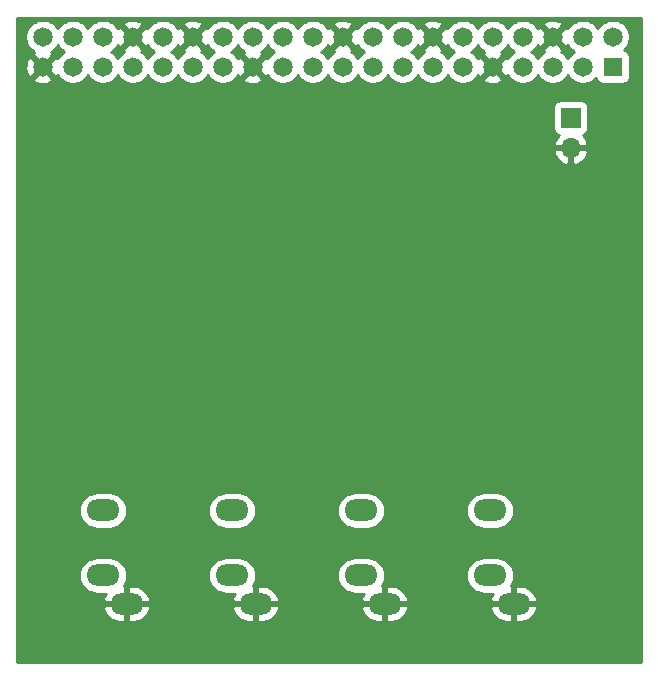
<source format=gbr>
%TF.GenerationSoftware,KiCad,Pcbnew,5.1.10-88a1d61d58~90~ubuntu20.04.1*%
%TF.CreationDate,2021-12-20T21:33:27+00:00*%
%TF.ProjectId,RPi_shield,5250695f-7368-4696-956c-642e6b696361,rev?*%
%TF.SameCoordinates,Original*%
%TF.FileFunction,Copper,L2,Bot*%
%TF.FilePolarity,Positive*%
%FSLAX46Y46*%
G04 Gerber Fmt 4.6, Leading zero omitted, Abs format (unit mm)*
G04 Created by KiCad (PCBNEW 5.1.10-88a1d61d58~90~ubuntu20.04.1) date 2021-12-20 21:33:27*
%MOMM*%
%LPD*%
G01*
G04 APERTURE LIST*
%TA.AperFunction,ComponentPad*%
%ADD10O,2.800000X1.800000*%
%TD*%
%TA.AperFunction,ComponentPad*%
%ADD11R,1.640000X1.640000*%
%TD*%
%TA.AperFunction,ComponentPad*%
%ADD12C,1.640000*%
%TD*%
%TA.AperFunction,ComponentPad*%
%ADD13R,1.700000X1.700000*%
%TD*%
%TA.AperFunction,ComponentPad*%
%ADD14O,1.700000X1.700000*%
%TD*%
%TA.AperFunction,Conductor*%
%ADD15C,0.254000*%
%TD*%
%TA.AperFunction,Conductor*%
%ADD16C,0.100000*%
%TD*%
G04 APERTURE END LIST*
D10*
%TO.P,J1,R*%
%TO.N,jack3*%
X97822000Y-74904000D03*
%TO.P,J1,T*%
X97822000Y-80404000D03*
%TO.P,J1,S*%
%TO.N,GND*%
X99822000Y-82804000D03*
%TD*%
%TO.P,J2,S*%
%TO.N,GND*%
X77978000Y-82804000D03*
%TO.P,J2,T*%
%TO.N,jack2*%
X75978000Y-80404000D03*
%TO.P,J2,R*%
X75978000Y-74904000D03*
%TD*%
%TO.P,J3,R*%
%TO.N,jack1*%
X86900000Y-74904000D03*
%TO.P,J3,T*%
X86900000Y-80404000D03*
%TO.P,J3,S*%
%TO.N,GND*%
X88900000Y-82804000D03*
%TD*%
%TO.P,J4,S*%
%TO.N,GND*%
X67056000Y-82804000D03*
%TO.P,J4,T*%
%TO.N,jack4*%
X65056000Y-80404000D03*
%TO.P,J4,R*%
X65056000Y-74904000D03*
%TD*%
D11*
%TO.P,J5,1*%
%TO.N,Net-(J5-Pad1)*%
X108204000Y-37338000D03*
D12*
%TO.P,J5,2*%
%TO.N,+5V*%
X108204000Y-34798000D03*
%TO.P,J5,3*%
%TO.N,Net-(J5-Pad3)*%
X105664000Y-37338000D03*
%TO.P,J5,4*%
%TO.N,+5V*%
X105664000Y-34798000D03*
%TO.P,J5,5*%
%TO.N,Net-(J5-Pad5)*%
X103124000Y-37338000D03*
%TO.P,J5,6*%
%TO.N,GND*%
X103124000Y-34798000D03*
%TO.P,J5,7*%
%TO.N,Net-(J5-Pad7)*%
X100584000Y-37338000D03*
%TO.P,J5,8*%
%TO.N,Net-(J5-Pad8)*%
X100584000Y-34798000D03*
%TO.P,J5,9*%
%TO.N,GND*%
X98044000Y-37338000D03*
%TO.P,J5,10*%
%TO.N,Net-(J5-Pad10)*%
X98044000Y-34798000D03*
%TO.P,J5,11*%
%TO.N,Net-(J5-Pad11)*%
X95504000Y-37338000D03*
%TO.P,J5,12*%
%TO.N,Net-(J5-Pad12)*%
X95504000Y-34798000D03*
%TO.P,J5,13*%
%TO.N,Net-(J5-Pad13)*%
X92964000Y-37338000D03*
%TO.P,J5,14*%
%TO.N,GND*%
X92964000Y-34798000D03*
%TO.P,J5,15*%
%TO.N,Net-(J5-Pad15)*%
X90424000Y-37338000D03*
%TO.P,J5,16*%
%TO.N,Net-(J5-Pad16)*%
X90424000Y-34798000D03*
%TO.P,J5,17*%
%TO.N,Net-(J5-Pad17)*%
X87884000Y-37338000D03*
%TO.P,J5,18*%
%TO.N,Net-(J5-Pad18)*%
X87884000Y-34798000D03*
%TO.P,J5,19*%
%TO.N,Net-(J5-Pad19)*%
X85344000Y-37338000D03*
%TO.P,J5,20*%
%TO.N,GND*%
X85344000Y-34798000D03*
%TO.P,J5,21*%
%TO.N,jack3*%
X82804000Y-37338000D03*
%TO.P,J5,22*%
%TO.N,Net-(J5-Pad22)*%
X82804000Y-34798000D03*
%TO.P,J5,23*%
%TO.N,Net-(J5-Pad23)*%
X80264000Y-37338000D03*
%TO.P,J5,24*%
%TO.N,Net-(J5-Pad24)*%
X80264000Y-34798000D03*
%TO.P,J5,25*%
%TO.N,GND*%
X77724000Y-37338000D03*
%TO.P,J5,26*%
%TO.N,Net-(J5-Pad26)*%
X77724000Y-34798000D03*
%TO.P,J5,27*%
%TO.N,Net-(J5-Pad27)*%
X75184000Y-37338000D03*
%TO.P,J5,28*%
%TO.N,jack1*%
X75184000Y-34798000D03*
%TO.P,J5,29*%
%TO.N,jack2*%
X72644000Y-37338000D03*
%TO.P,J5,30*%
%TO.N,GND*%
X72644000Y-34798000D03*
%TO.P,J5,31*%
%TO.N,Net-(J5-Pad31)*%
X70104000Y-37338000D03*
%TO.P,J5,32*%
%TO.N,Net-(J5-Pad32)*%
X70104000Y-34798000D03*
%TO.P,J5,33*%
%TO.N,jack4*%
X67564000Y-37338000D03*
%TO.P,J5,34*%
%TO.N,GND*%
X67564000Y-34798000D03*
%TO.P,J5,35*%
%TO.N,Net-(J5-Pad35)*%
X65024000Y-37338000D03*
%TO.P,J5,36*%
%TO.N,Net-(J5-Pad36)*%
X65024000Y-34798000D03*
%TO.P,J5,37*%
%TO.N,Net-(J5-Pad37)*%
X62484000Y-37338000D03*
%TO.P,J5,38*%
%TO.N,Net-(J5-Pad38)*%
X62484000Y-34798000D03*
%TO.P,J5,39*%
%TO.N,GND*%
X59944000Y-37338000D03*
%TO.P,J5,40*%
%TO.N,Net-(J5-Pad40)*%
X59944000Y-34798000D03*
%TD*%
D13*
%TO.P,M1,1*%
%TO.N,+5V*%
X104648000Y-41656000D03*
D14*
%TO.P,M1,2*%
%TO.N,GND*%
X104648000Y-44196000D03*
%TD*%
D15*
%TO.N,GND*%
X110617000Y-87757000D02*
X57785000Y-87757000D01*
X57785000Y-83168740D01*
X65064964Y-83168740D01*
X65089245Y-83274087D01*
X65209138Y-83551204D01*
X65380790Y-83799606D01*
X65597604Y-84009748D01*
X65851249Y-84173554D01*
X66131977Y-84284729D01*
X66429000Y-84339000D01*
X66929000Y-84339000D01*
X66929000Y-82931000D01*
X67183000Y-82931000D01*
X67183000Y-84339000D01*
X67683000Y-84339000D01*
X67980023Y-84284729D01*
X68260751Y-84173554D01*
X68514396Y-84009748D01*
X68731210Y-83799606D01*
X68902862Y-83551204D01*
X69022755Y-83274087D01*
X69047036Y-83168740D01*
X75986964Y-83168740D01*
X76011245Y-83274087D01*
X76131138Y-83551204D01*
X76302790Y-83799606D01*
X76519604Y-84009748D01*
X76773249Y-84173554D01*
X77053977Y-84284729D01*
X77351000Y-84339000D01*
X77851000Y-84339000D01*
X77851000Y-82931000D01*
X78105000Y-82931000D01*
X78105000Y-84339000D01*
X78605000Y-84339000D01*
X78902023Y-84284729D01*
X79182751Y-84173554D01*
X79436396Y-84009748D01*
X79653210Y-83799606D01*
X79824862Y-83551204D01*
X79944755Y-83274087D01*
X79969036Y-83168740D01*
X86908964Y-83168740D01*
X86933245Y-83274087D01*
X87053138Y-83551204D01*
X87224790Y-83799606D01*
X87441604Y-84009748D01*
X87695249Y-84173554D01*
X87975977Y-84284729D01*
X88273000Y-84339000D01*
X88773000Y-84339000D01*
X88773000Y-82931000D01*
X89027000Y-82931000D01*
X89027000Y-84339000D01*
X89527000Y-84339000D01*
X89824023Y-84284729D01*
X90104751Y-84173554D01*
X90358396Y-84009748D01*
X90575210Y-83799606D01*
X90746862Y-83551204D01*
X90866755Y-83274087D01*
X90891036Y-83168740D01*
X97830964Y-83168740D01*
X97855245Y-83274087D01*
X97975138Y-83551204D01*
X98146790Y-83799606D01*
X98363604Y-84009748D01*
X98617249Y-84173554D01*
X98897977Y-84284729D01*
X99195000Y-84339000D01*
X99695000Y-84339000D01*
X99695000Y-82931000D01*
X99949000Y-82931000D01*
X99949000Y-84339000D01*
X100449000Y-84339000D01*
X100746023Y-84284729D01*
X101026751Y-84173554D01*
X101280396Y-84009748D01*
X101497210Y-83799606D01*
X101668862Y-83551204D01*
X101788755Y-83274087D01*
X101813036Y-83168740D01*
X101692378Y-82931000D01*
X99949000Y-82931000D01*
X99695000Y-82931000D01*
X97951622Y-82931000D01*
X97830964Y-83168740D01*
X90891036Y-83168740D01*
X90770378Y-82931000D01*
X89027000Y-82931000D01*
X88773000Y-82931000D01*
X87029622Y-82931000D01*
X86908964Y-83168740D01*
X79969036Y-83168740D01*
X79848378Y-82931000D01*
X78105000Y-82931000D01*
X77851000Y-82931000D01*
X76107622Y-82931000D01*
X75986964Y-83168740D01*
X69047036Y-83168740D01*
X68926378Y-82931000D01*
X67183000Y-82931000D01*
X66929000Y-82931000D01*
X65185622Y-82931000D01*
X65064964Y-83168740D01*
X57785000Y-83168740D01*
X57785000Y-80404000D01*
X63013573Y-80404000D01*
X63043210Y-80704913D01*
X63130983Y-80994261D01*
X63273519Y-81260927D01*
X63465339Y-81494661D01*
X63699073Y-81686481D01*
X63965739Y-81829017D01*
X64255087Y-81916790D01*
X64480592Y-81939000D01*
X65290538Y-81939000D01*
X65209138Y-82056796D01*
X65089245Y-82333913D01*
X65064964Y-82439260D01*
X65185622Y-82677000D01*
X66929000Y-82677000D01*
X66929000Y-81269000D01*
X67183000Y-81269000D01*
X67183000Y-82677000D01*
X68926378Y-82677000D01*
X69047036Y-82439260D01*
X69022755Y-82333913D01*
X68902862Y-82056796D01*
X68731210Y-81808394D01*
X68514396Y-81598252D01*
X68260751Y-81434446D01*
X67980023Y-81323271D01*
X67683000Y-81269000D01*
X67183000Y-81269000D01*
X66929000Y-81269000D01*
X66831856Y-81269000D01*
X66838481Y-81260927D01*
X66981017Y-80994261D01*
X67068790Y-80704913D01*
X67098427Y-80404000D01*
X73935573Y-80404000D01*
X73965210Y-80704913D01*
X74052983Y-80994261D01*
X74195519Y-81260927D01*
X74387339Y-81494661D01*
X74621073Y-81686481D01*
X74887739Y-81829017D01*
X75177087Y-81916790D01*
X75402592Y-81939000D01*
X76212538Y-81939000D01*
X76131138Y-82056796D01*
X76011245Y-82333913D01*
X75986964Y-82439260D01*
X76107622Y-82677000D01*
X77851000Y-82677000D01*
X77851000Y-81269000D01*
X78105000Y-81269000D01*
X78105000Y-82677000D01*
X79848378Y-82677000D01*
X79969036Y-82439260D01*
X79944755Y-82333913D01*
X79824862Y-82056796D01*
X79653210Y-81808394D01*
X79436396Y-81598252D01*
X79182751Y-81434446D01*
X78902023Y-81323271D01*
X78605000Y-81269000D01*
X78105000Y-81269000D01*
X77851000Y-81269000D01*
X77753856Y-81269000D01*
X77760481Y-81260927D01*
X77903017Y-80994261D01*
X77990790Y-80704913D01*
X78020427Y-80404000D01*
X84857573Y-80404000D01*
X84887210Y-80704913D01*
X84974983Y-80994261D01*
X85117519Y-81260927D01*
X85309339Y-81494661D01*
X85543073Y-81686481D01*
X85809739Y-81829017D01*
X86099087Y-81916790D01*
X86324592Y-81939000D01*
X87134538Y-81939000D01*
X87053138Y-82056796D01*
X86933245Y-82333913D01*
X86908964Y-82439260D01*
X87029622Y-82677000D01*
X88773000Y-82677000D01*
X88773000Y-81269000D01*
X89027000Y-81269000D01*
X89027000Y-82677000D01*
X90770378Y-82677000D01*
X90891036Y-82439260D01*
X90866755Y-82333913D01*
X90746862Y-82056796D01*
X90575210Y-81808394D01*
X90358396Y-81598252D01*
X90104751Y-81434446D01*
X89824023Y-81323271D01*
X89527000Y-81269000D01*
X89027000Y-81269000D01*
X88773000Y-81269000D01*
X88675856Y-81269000D01*
X88682481Y-81260927D01*
X88825017Y-80994261D01*
X88912790Y-80704913D01*
X88942427Y-80404000D01*
X95779573Y-80404000D01*
X95809210Y-80704913D01*
X95896983Y-80994261D01*
X96039519Y-81260927D01*
X96231339Y-81494661D01*
X96465073Y-81686481D01*
X96731739Y-81829017D01*
X97021087Y-81916790D01*
X97246592Y-81939000D01*
X98056538Y-81939000D01*
X97975138Y-82056796D01*
X97855245Y-82333913D01*
X97830964Y-82439260D01*
X97951622Y-82677000D01*
X99695000Y-82677000D01*
X99695000Y-81269000D01*
X99949000Y-81269000D01*
X99949000Y-82677000D01*
X101692378Y-82677000D01*
X101813036Y-82439260D01*
X101788755Y-82333913D01*
X101668862Y-82056796D01*
X101497210Y-81808394D01*
X101280396Y-81598252D01*
X101026751Y-81434446D01*
X100746023Y-81323271D01*
X100449000Y-81269000D01*
X99949000Y-81269000D01*
X99695000Y-81269000D01*
X99597856Y-81269000D01*
X99604481Y-81260927D01*
X99747017Y-80994261D01*
X99834790Y-80704913D01*
X99864427Y-80404000D01*
X99834790Y-80103087D01*
X99747017Y-79813739D01*
X99604481Y-79547073D01*
X99412661Y-79313339D01*
X99178927Y-79121519D01*
X98912261Y-78978983D01*
X98622913Y-78891210D01*
X98397408Y-78869000D01*
X97246592Y-78869000D01*
X97021087Y-78891210D01*
X96731739Y-78978983D01*
X96465073Y-79121519D01*
X96231339Y-79313339D01*
X96039519Y-79547073D01*
X95896983Y-79813739D01*
X95809210Y-80103087D01*
X95779573Y-80404000D01*
X88942427Y-80404000D01*
X88912790Y-80103087D01*
X88825017Y-79813739D01*
X88682481Y-79547073D01*
X88490661Y-79313339D01*
X88256927Y-79121519D01*
X87990261Y-78978983D01*
X87700913Y-78891210D01*
X87475408Y-78869000D01*
X86324592Y-78869000D01*
X86099087Y-78891210D01*
X85809739Y-78978983D01*
X85543073Y-79121519D01*
X85309339Y-79313339D01*
X85117519Y-79547073D01*
X84974983Y-79813739D01*
X84887210Y-80103087D01*
X84857573Y-80404000D01*
X78020427Y-80404000D01*
X77990790Y-80103087D01*
X77903017Y-79813739D01*
X77760481Y-79547073D01*
X77568661Y-79313339D01*
X77334927Y-79121519D01*
X77068261Y-78978983D01*
X76778913Y-78891210D01*
X76553408Y-78869000D01*
X75402592Y-78869000D01*
X75177087Y-78891210D01*
X74887739Y-78978983D01*
X74621073Y-79121519D01*
X74387339Y-79313339D01*
X74195519Y-79547073D01*
X74052983Y-79813739D01*
X73965210Y-80103087D01*
X73935573Y-80404000D01*
X67098427Y-80404000D01*
X67068790Y-80103087D01*
X66981017Y-79813739D01*
X66838481Y-79547073D01*
X66646661Y-79313339D01*
X66412927Y-79121519D01*
X66146261Y-78978983D01*
X65856913Y-78891210D01*
X65631408Y-78869000D01*
X64480592Y-78869000D01*
X64255087Y-78891210D01*
X63965739Y-78978983D01*
X63699073Y-79121519D01*
X63465339Y-79313339D01*
X63273519Y-79547073D01*
X63130983Y-79813739D01*
X63043210Y-80103087D01*
X63013573Y-80404000D01*
X57785000Y-80404000D01*
X57785000Y-74904000D01*
X63013573Y-74904000D01*
X63043210Y-75204913D01*
X63130983Y-75494261D01*
X63273519Y-75760927D01*
X63465339Y-75994661D01*
X63699073Y-76186481D01*
X63965739Y-76329017D01*
X64255087Y-76416790D01*
X64480592Y-76439000D01*
X65631408Y-76439000D01*
X65856913Y-76416790D01*
X66146261Y-76329017D01*
X66412927Y-76186481D01*
X66646661Y-75994661D01*
X66838481Y-75760927D01*
X66981017Y-75494261D01*
X67068790Y-75204913D01*
X67098427Y-74904000D01*
X73935573Y-74904000D01*
X73965210Y-75204913D01*
X74052983Y-75494261D01*
X74195519Y-75760927D01*
X74387339Y-75994661D01*
X74621073Y-76186481D01*
X74887739Y-76329017D01*
X75177087Y-76416790D01*
X75402592Y-76439000D01*
X76553408Y-76439000D01*
X76778913Y-76416790D01*
X77068261Y-76329017D01*
X77334927Y-76186481D01*
X77568661Y-75994661D01*
X77760481Y-75760927D01*
X77903017Y-75494261D01*
X77990790Y-75204913D01*
X78020427Y-74904000D01*
X84857573Y-74904000D01*
X84887210Y-75204913D01*
X84974983Y-75494261D01*
X85117519Y-75760927D01*
X85309339Y-75994661D01*
X85543073Y-76186481D01*
X85809739Y-76329017D01*
X86099087Y-76416790D01*
X86324592Y-76439000D01*
X87475408Y-76439000D01*
X87700913Y-76416790D01*
X87990261Y-76329017D01*
X88256927Y-76186481D01*
X88490661Y-75994661D01*
X88682481Y-75760927D01*
X88825017Y-75494261D01*
X88912790Y-75204913D01*
X88942427Y-74904000D01*
X95779573Y-74904000D01*
X95809210Y-75204913D01*
X95896983Y-75494261D01*
X96039519Y-75760927D01*
X96231339Y-75994661D01*
X96465073Y-76186481D01*
X96731739Y-76329017D01*
X97021087Y-76416790D01*
X97246592Y-76439000D01*
X98397408Y-76439000D01*
X98622913Y-76416790D01*
X98912261Y-76329017D01*
X99178927Y-76186481D01*
X99412661Y-75994661D01*
X99604481Y-75760927D01*
X99747017Y-75494261D01*
X99834790Y-75204913D01*
X99864427Y-74904000D01*
X99834790Y-74603087D01*
X99747017Y-74313739D01*
X99604481Y-74047073D01*
X99412661Y-73813339D01*
X99178927Y-73621519D01*
X98912261Y-73478983D01*
X98622913Y-73391210D01*
X98397408Y-73369000D01*
X97246592Y-73369000D01*
X97021087Y-73391210D01*
X96731739Y-73478983D01*
X96465073Y-73621519D01*
X96231339Y-73813339D01*
X96039519Y-74047073D01*
X95896983Y-74313739D01*
X95809210Y-74603087D01*
X95779573Y-74904000D01*
X88942427Y-74904000D01*
X88912790Y-74603087D01*
X88825017Y-74313739D01*
X88682481Y-74047073D01*
X88490661Y-73813339D01*
X88256927Y-73621519D01*
X87990261Y-73478983D01*
X87700913Y-73391210D01*
X87475408Y-73369000D01*
X86324592Y-73369000D01*
X86099087Y-73391210D01*
X85809739Y-73478983D01*
X85543073Y-73621519D01*
X85309339Y-73813339D01*
X85117519Y-74047073D01*
X84974983Y-74313739D01*
X84887210Y-74603087D01*
X84857573Y-74904000D01*
X78020427Y-74904000D01*
X77990790Y-74603087D01*
X77903017Y-74313739D01*
X77760481Y-74047073D01*
X77568661Y-73813339D01*
X77334927Y-73621519D01*
X77068261Y-73478983D01*
X76778913Y-73391210D01*
X76553408Y-73369000D01*
X75402592Y-73369000D01*
X75177087Y-73391210D01*
X74887739Y-73478983D01*
X74621073Y-73621519D01*
X74387339Y-73813339D01*
X74195519Y-74047073D01*
X74052983Y-74313739D01*
X73965210Y-74603087D01*
X73935573Y-74904000D01*
X67098427Y-74904000D01*
X67068790Y-74603087D01*
X66981017Y-74313739D01*
X66838481Y-74047073D01*
X66646661Y-73813339D01*
X66412927Y-73621519D01*
X66146261Y-73478983D01*
X65856913Y-73391210D01*
X65631408Y-73369000D01*
X64480592Y-73369000D01*
X64255087Y-73391210D01*
X63965739Y-73478983D01*
X63699073Y-73621519D01*
X63465339Y-73813339D01*
X63273519Y-74047073D01*
X63130983Y-74313739D01*
X63043210Y-74603087D01*
X63013573Y-74904000D01*
X57785000Y-74904000D01*
X57785000Y-44552890D01*
X103206524Y-44552890D01*
X103251175Y-44700099D01*
X103376359Y-44962920D01*
X103550412Y-45196269D01*
X103766645Y-45391178D01*
X104016748Y-45540157D01*
X104291109Y-45637481D01*
X104521000Y-45516814D01*
X104521000Y-44323000D01*
X104775000Y-44323000D01*
X104775000Y-45516814D01*
X105004891Y-45637481D01*
X105279252Y-45540157D01*
X105529355Y-45391178D01*
X105745588Y-45196269D01*
X105919641Y-44962920D01*
X106044825Y-44700099D01*
X106089476Y-44552890D01*
X105968155Y-44323000D01*
X104775000Y-44323000D01*
X104521000Y-44323000D01*
X103327845Y-44323000D01*
X103206524Y-44552890D01*
X57785000Y-44552890D01*
X57785000Y-40806000D01*
X103159928Y-40806000D01*
X103159928Y-42506000D01*
X103172188Y-42630482D01*
X103208498Y-42750180D01*
X103267463Y-42860494D01*
X103346815Y-42957185D01*
X103443506Y-43036537D01*
X103553820Y-43095502D01*
X103634466Y-43119966D01*
X103550412Y-43195731D01*
X103376359Y-43429080D01*
X103251175Y-43691901D01*
X103206524Y-43839110D01*
X103327845Y-44069000D01*
X104521000Y-44069000D01*
X104521000Y-44049000D01*
X104775000Y-44049000D01*
X104775000Y-44069000D01*
X105968155Y-44069000D01*
X106089476Y-43839110D01*
X106044825Y-43691901D01*
X105919641Y-43429080D01*
X105745588Y-43195731D01*
X105661534Y-43119966D01*
X105742180Y-43095502D01*
X105852494Y-43036537D01*
X105949185Y-42957185D01*
X106028537Y-42860494D01*
X106087502Y-42750180D01*
X106123812Y-42630482D01*
X106136072Y-42506000D01*
X106136072Y-40806000D01*
X106123812Y-40681518D01*
X106087502Y-40561820D01*
X106028537Y-40451506D01*
X105949185Y-40354815D01*
X105852494Y-40275463D01*
X105742180Y-40216498D01*
X105622482Y-40180188D01*
X105498000Y-40167928D01*
X103798000Y-40167928D01*
X103673518Y-40180188D01*
X103553820Y-40216498D01*
X103443506Y-40275463D01*
X103346815Y-40354815D01*
X103267463Y-40451506D01*
X103208498Y-40561820D01*
X103172188Y-40681518D01*
X103159928Y-40806000D01*
X57785000Y-40806000D01*
X57785000Y-38344982D01*
X59116624Y-38344982D01*
X59190627Y-38590993D01*
X59449550Y-38713893D01*
X59727474Y-38783917D01*
X60013719Y-38798376D01*
X60297285Y-38756714D01*
X60567275Y-38660532D01*
X60697373Y-38590993D01*
X60771376Y-38344982D01*
X59944000Y-37517605D01*
X59116624Y-38344982D01*
X57785000Y-38344982D01*
X57785000Y-37407719D01*
X58483624Y-37407719D01*
X58525286Y-37691285D01*
X58621468Y-37961275D01*
X58691007Y-38091373D01*
X58937018Y-38165376D01*
X59764395Y-37338000D01*
X58937018Y-36510624D01*
X58691007Y-36584627D01*
X58568107Y-36843550D01*
X58498083Y-37121474D01*
X58483624Y-37407719D01*
X57785000Y-37407719D01*
X57785000Y-34654695D01*
X58489000Y-34654695D01*
X58489000Y-34941305D01*
X58544915Y-35222408D01*
X58654596Y-35487201D01*
X58813828Y-35725508D01*
X59016492Y-35928172D01*
X59224286Y-36067016D01*
X59190627Y-36085007D01*
X59116624Y-36331018D01*
X59944000Y-37158395D01*
X60771376Y-36331018D01*
X60697373Y-36085007D01*
X60661951Y-36068194D01*
X60871508Y-35928172D01*
X61074172Y-35725508D01*
X61214000Y-35516241D01*
X61353828Y-35725508D01*
X61556492Y-35928172D01*
X61765759Y-36068000D01*
X61556492Y-36207828D01*
X61353828Y-36410492D01*
X61214984Y-36618286D01*
X61196993Y-36584627D01*
X60950982Y-36510624D01*
X60123605Y-37338000D01*
X60950982Y-38165376D01*
X61196993Y-38091373D01*
X61213806Y-38055951D01*
X61353828Y-38265508D01*
X61556492Y-38468172D01*
X61794799Y-38627404D01*
X62059592Y-38737085D01*
X62340695Y-38793000D01*
X62627305Y-38793000D01*
X62908408Y-38737085D01*
X63173201Y-38627404D01*
X63411508Y-38468172D01*
X63614172Y-38265508D01*
X63754000Y-38056241D01*
X63893828Y-38265508D01*
X64096492Y-38468172D01*
X64334799Y-38627404D01*
X64599592Y-38737085D01*
X64880695Y-38793000D01*
X65167305Y-38793000D01*
X65448408Y-38737085D01*
X65713201Y-38627404D01*
X65951508Y-38468172D01*
X66154172Y-38265508D01*
X66294000Y-38056241D01*
X66433828Y-38265508D01*
X66636492Y-38468172D01*
X66874799Y-38627404D01*
X67139592Y-38737085D01*
X67420695Y-38793000D01*
X67707305Y-38793000D01*
X67988408Y-38737085D01*
X68253201Y-38627404D01*
X68491508Y-38468172D01*
X68694172Y-38265508D01*
X68834000Y-38056241D01*
X68973828Y-38265508D01*
X69176492Y-38468172D01*
X69414799Y-38627404D01*
X69679592Y-38737085D01*
X69960695Y-38793000D01*
X70247305Y-38793000D01*
X70528408Y-38737085D01*
X70793201Y-38627404D01*
X71031508Y-38468172D01*
X71234172Y-38265508D01*
X71374000Y-38056241D01*
X71513828Y-38265508D01*
X71716492Y-38468172D01*
X71954799Y-38627404D01*
X72219592Y-38737085D01*
X72500695Y-38793000D01*
X72787305Y-38793000D01*
X73068408Y-38737085D01*
X73333201Y-38627404D01*
X73571508Y-38468172D01*
X73774172Y-38265508D01*
X73914000Y-38056241D01*
X74053828Y-38265508D01*
X74256492Y-38468172D01*
X74494799Y-38627404D01*
X74759592Y-38737085D01*
X75040695Y-38793000D01*
X75327305Y-38793000D01*
X75608408Y-38737085D01*
X75873201Y-38627404D01*
X76111508Y-38468172D01*
X76234698Y-38344982D01*
X76896624Y-38344982D01*
X76970627Y-38590993D01*
X77229550Y-38713893D01*
X77507474Y-38783917D01*
X77793719Y-38798376D01*
X78077285Y-38756714D01*
X78347275Y-38660532D01*
X78477373Y-38590993D01*
X78551376Y-38344982D01*
X77724000Y-37517605D01*
X76896624Y-38344982D01*
X76234698Y-38344982D01*
X76314172Y-38265508D01*
X76453016Y-38057714D01*
X76471007Y-38091373D01*
X76717018Y-38165376D01*
X77544395Y-37338000D01*
X76717018Y-36510624D01*
X76471007Y-36584627D01*
X76454194Y-36620049D01*
X76314172Y-36410492D01*
X76111508Y-36207828D01*
X75902241Y-36068000D01*
X76111508Y-35928172D01*
X76314172Y-35725508D01*
X76454000Y-35516241D01*
X76593828Y-35725508D01*
X76796492Y-35928172D01*
X77004286Y-36067016D01*
X76970627Y-36085007D01*
X76896624Y-36331018D01*
X77724000Y-37158395D01*
X78551376Y-36331018D01*
X78477373Y-36085007D01*
X78441951Y-36068194D01*
X78651508Y-35928172D01*
X78854172Y-35725508D01*
X78994000Y-35516241D01*
X79133828Y-35725508D01*
X79336492Y-35928172D01*
X79545759Y-36068000D01*
X79336492Y-36207828D01*
X79133828Y-36410492D01*
X78994984Y-36618286D01*
X78976993Y-36584627D01*
X78730982Y-36510624D01*
X77903605Y-37338000D01*
X78730982Y-38165376D01*
X78976993Y-38091373D01*
X78993806Y-38055951D01*
X79133828Y-38265508D01*
X79336492Y-38468172D01*
X79574799Y-38627404D01*
X79839592Y-38737085D01*
X80120695Y-38793000D01*
X80407305Y-38793000D01*
X80688408Y-38737085D01*
X80953201Y-38627404D01*
X81191508Y-38468172D01*
X81394172Y-38265508D01*
X81534000Y-38056241D01*
X81673828Y-38265508D01*
X81876492Y-38468172D01*
X82114799Y-38627404D01*
X82379592Y-38737085D01*
X82660695Y-38793000D01*
X82947305Y-38793000D01*
X83228408Y-38737085D01*
X83493201Y-38627404D01*
X83731508Y-38468172D01*
X83934172Y-38265508D01*
X84074000Y-38056241D01*
X84213828Y-38265508D01*
X84416492Y-38468172D01*
X84654799Y-38627404D01*
X84919592Y-38737085D01*
X85200695Y-38793000D01*
X85487305Y-38793000D01*
X85768408Y-38737085D01*
X86033201Y-38627404D01*
X86271508Y-38468172D01*
X86474172Y-38265508D01*
X86614000Y-38056241D01*
X86753828Y-38265508D01*
X86956492Y-38468172D01*
X87194799Y-38627404D01*
X87459592Y-38737085D01*
X87740695Y-38793000D01*
X88027305Y-38793000D01*
X88308408Y-38737085D01*
X88573201Y-38627404D01*
X88811508Y-38468172D01*
X89014172Y-38265508D01*
X89154000Y-38056241D01*
X89293828Y-38265508D01*
X89496492Y-38468172D01*
X89734799Y-38627404D01*
X89999592Y-38737085D01*
X90280695Y-38793000D01*
X90567305Y-38793000D01*
X90848408Y-38737085D01*
X91113201Y-38627404D01*
X91351508Y-38468172D01*
X91554172Y-38265508D01*
X91694000Y-38056241D01*
X91833828Y-38265508D01*
X92036492Y-38468172D01*
X92274799Y-38627404D01*
X92539592Y-38737085D01*
X92820695Y-38793000D01*
X93107305Y-38793000D01*
X93388408Y-38737085D01*
X93653201Y-38627404D01*
X93891508Y-38468172D01*
X94094172Y-38265508D01*
X94234000Y-38056241D01*
X94373828Y-38265508D01*
X94576492Y-38468172D01*
X94814799Y-38627404D01*
X95079592Y-38737085D01*
X95360695Y-38793000D01*
X95647305Y-38793000D01*
X95928408Y-38737085D01*
X96193201Y-38627404D01*
X96431508Y-38468172D01*
X96554698Y-38344982D01*
X97216624Y-38344982D01*
X97290627Y-38590993D01*
X97549550Y-38713893D01*
X97827474Y-38783917D01*
X98113719Y-38798376D01*
X98397285Y-38756714D01*
X98667275Y-38660532D01*
X98797373Y-38590993D01*
X98871376Y-38344982D01*
X98044000Y-37517605D01*
X97216624Y-38344982D01*
X96554698Y-38344982D01*
X96634172Y-38265508D01*
X96773016Y-38057714D01*
X96791007Y-38091373D01*
X97037018Y-38165376D01*
X97864395Y-37338000D01*
X97037018Y-36510624D01*
X96791007Y-36584627D01*
X96774194Y-36620049D01*
X96634172Y-36410492D01*
X96431508Y-36207828D01*
X96222241Y-36068000D01*
X96431508Y-35928172D01*
X96634172Y-35725508D01*
X96774000Y-35516241D01*
X96913828Y-35725508D01*
X97116492Y-35928172D01*
X97324286Y-36067016D01*
X97290627Y-36085007D01*
X97216624Y-36331018D01*
X98044000Y-37158395D01*
X98871376Y-36331018D01*
X98797373Y-36085007D01*
X98761951Y-36068194D01*
X98971508Y-35928172D01*
X99174172Y-35725508D01*
X99314000Y-35516241D01*
X99453828Y-35725508D01*
X99656492Y-35928172D01*
X99865759Y-36068000D01*
X99656492Y-36207828D01*
X99453828Y-36410492D01*
X99314984Y-36618286D01*
X99296993Y-36584627D01*
X99050982Y-36510624D01*
X98223605Y-37338000D01*
X99050982Y-38165376D01*
X99296993Y-38091373D01*
X99313806Y-38055951D01*
X99453828Y-38265508D01*
X99656492Y-38468172D01*
X99894799Y-38627404D01*
X100159592Y-38737085D01*
X100440695Y-38793000D01*
X100727305Y-38793000D01*
X101008408Y-38737085D01*
X101273201Y-38627404D01*
X101511508Y-38468172D01*
X101714172Y-38265508D01*
X101854000Y-38056241D01*
X101993828Y-38265508D01*
X102196492Y-38468172D01*
X102434799Y-38627404D01*
X102699592Y-38737085D01*
X102980695Y-38793000D01*
X103267305Y-38793000D01*
X103548408Y-38737085D01*
X103813201Y-38627404D01*
X104051508Y-38468172D01*
X104254172Y-38265508D01*
X104394000Y-38056241D01*
X104533828Y-38265508D01*
X104736492Y-38468172D01*
X104974799Y-38627404D01*
X105239592Y-38737085D01*
X105520695Y-38793000D01*
X105807305Y-38793000D01*
X106088408Y-38737085D01*
X106353201Y-38627404D01*
X106591508Y-38468172D01*
X106762612Y-38297068D01*
X106794498Y-38402180D01*
X106853463Y-38512494D01*
X106932815Y-38609185D01*
X107029506Y-38688537D01*
X107139820Y-38747502D01*
X107259518Y-38783812D01*
X107384000Y-38796072D01*
X109024000Y-38796072D01*
X109148482Y-38783812D01*
X109268180Y-38747502D01*
X109378494Y-38688537D01*
X109475185Y-38609185D01*
X109554537Y-38512494D01*
X109613502Y-38402180D01*
X109649812Y-38282482D01*
X109662072Y-38158000D01*
X109662072Y-36518000D01*
X109649812Y-36393518D01*
X109613502Y-36273820D01*
X109554537Y-36163506D01*
X109475185Y-36066815D01*
X109378494Y-35987463D01*
X109268180Y-35928498D01*
X109163068Y-35896612D01*
X109334172Y-35725508D01*
X109493404Y-35487201D01*
X109603085Y-35222408D01*
X109659000Y-34941305D01*
X109659000Y-34654695D01*
X109603085Y-34373592D01*
X109493404Y-34108799D01*
X109334172Y-33870492D01*
X109131508Y-33667828D01*
X108893201Y-33508596D01*
X108628408Y-33398915D01*
X108347305Y-33343000D01*
X108060695Y-33343000D01*
X107779592Y-33398915D01*
X107514799Y-33508596D01*
X107276492Y-33667828D01*
X107073828Y-33870492D01*
X106934000Y-34079759D01*
X106794172Y-33870492D01*
X106591508Y-33667828D01*
X106353201Y-33508596D01*
X106088408Y-33398915D01*
X105807305Y-33343000D01*
X105520695Y-33343000D01*
X105239592Y-33398915D01*
X104974799Y-33508596D01*
X104736492Y-33667828D01*
X104533828Y-33870492D01*
X104394984Y-34078286D01*
X104376993Y-34044627D01*
X104130982Y-33970624D01*
X103303605Y-34798000D01*
X104130982Y-35625376D01*
X104376993Y-35551373D01*
X104393806Y-35515951D01*
X104533828Y-35725508D01*
X104736492Y-35928172D01*
X104945759Y-36068000D01*
X104736492Y-36207828D01*
X104533828Y-36410492D01*
X104394000Y-36619759D01*
X104254172Y-36410492D01*
X104051508Y-36207828D01*
X103843714Y-36068984D01*
X103877373Y-36050993D01*
X103951376Y-35804982D01*
X103124000Y-34977605D01*
X102296624Y-35804982D01*
X102370627Y-36050993D01*
X102406049Y-36067806D01*
X102196492Y-36207828D01*
X101993828Y-36410492D01*
X101854000Y-36619759D01*
X101714172Y-36410492D01*
X101511508Y-36207828D01*
X101302241Y-36068000D01*
X101511508Y-35928172D01*
X101714172Y-35725508D01*
X101853016Y-35517714D01*
X101871007Y-35551373D01*
X102117018Y-35625376D01*
X102944395Y-34798000D01*
X102117018Y-33970624D01*
X101871007Y-34044627D01*
X101854194Y-34080049D01*
X101714172Y-33870492D01*
X101634698Y-33791018D01*
X102296624Y-33791018D01*
X103124000Y-34618395D01*
X103951376Y-33791018D01*
X103877373Y-33545007D01*
X103618450Y-33422107D01*
X103340526Y-33352083D01*
X103054281Y-33337624D01*
X102770715Y-33379286D01*
X102500725Y-33475468D01*
X102370627Y-33545007D01*
X102296624Y-33791018D01*
X101634698Y-33791018D01*
X101511508Y-33667828D01*
X101273201Y-33508596D01*
X101008408Y-33398915D01*
X100727305Y-33343000D01*
X100440695Y-33343000D01*
X100159592Y-33398915D01*
X99894799Y-33508596D01*
X99656492Y-33667828D01*
X99453828Y-33870492D01*
X99314000Y-34079759D01*
X99174172Y-33870492D01*
X98971508Y-33667828D01*
X98733201Y-33508596D01*
X98468408Y-33398915D01*
X98187305Y-33343000D01*
X97900695Y-33343000D01*
X97619592Y-33398915D01*
X97354799Y-33508596D01*
X97116492Y-33667828D01*
X96913828Y-33870492D01*
X96774000Y-34079759D01*
X96634172Y-33870492D01*
X96431508Y-33667828D01*
X96193201Y-33508596D01*
X95928408Y-33398915D01*
X95647305Y-33343000D01*
X95360695Y-33343000D01*
X95079592Y-33398915D01*
X94814799Y-33508596D01*
X94576492Y-33667828D01*
X94373828Y-33870492D01*
X94234984Y-34078286D01*
X94216993Y-34044627D01*
X93970982Y-33970624D01*
X93143605Y-34798000D01*
X93970982Y-35625376D01*
X94216993Y-35551373D01*
X94233806Y-35515951D01*
X94373828Y-35725508D01*
X94576492Y-35928172D01*
X94785759Y-36068000D01*
X94576492Y-36207828D01*
X94373828Y-36410492D01*
X94234000Y-36619759D01*
X94094172Y-36410492D01*
X93891508Y-36207828D01*
X93683714Y-36068984D01*
X93717373Y-36050993D01*
X93791376Y-35804982D01*
X92964000Y-34977605D01*
X92136624Y-35804982D01*
X92210627Y-36050993D01*
X92246049Y-36067806D01*
X92036492Y-36207828D01*
X91833828Y-36410492D01*
X91694000Y-36619759D01*
X91554172Y-36410492D01*
X91351508Y-36207828D01*
X91142241Y-36068000D01*
X91351508Y-35928172D01*
X91554172Y-35725508D01*
X91693016Y-35517714D01*
X91711007Y-35551373D01*
X91957018Y-35625376D01*
X92784395Y-34798000D01*
X91957018Y-33970624D01*
X91711007Y-34044627D01*
X91694194Y-34080049D01*
X91554172Y-33870492D01*
X91474698Y-33791018D01*
X92136624Y-33791018D01*
X92964000Y-34618395D01*
X93791376Y-33791018D01*
X93717373Y-33545007D01*
X93458450Y-33422107D01*
X93180526Y-33352083D01*
X92894281Y-33337624D01*
X92610715Y-33379286D01*
X92340725Y-33475468D01*
X92210627Y-33545007D01*
X92136624Y-33791018D01*
X91474698Y-33791018D01*
X91351508Y-33667828D01*
X91113201Y-33508596D01*
X90848408Y-33398915D01*
X90567305Y-33343000D01*
X90280695Y-33343000D01*
X89999592Y-33398915D01*
X89734799Y-33508596D01*
X89496492Y-33667828D01*
X89293828Y-33870492D01*
X89154000Y-34079759D01*
X89014172Y-33870492D01*
X88811508Y-33667828D01*
X88573201Y-33508596D01*
X88308408Y-33398915D01*
X88027305Y-33343000D01*
X87740695Y-33343000D01*
X87459592Y-33398915D01*
X87194799Y-33508596D01*
X86956492Y-33667828D01*
X86753828Y-33870492D01*
X86614984Y-34078286D01*
X86596993Y-34044627D01*
X86350982Y-33970624D01*
X85523605Y-34798000D01*
X86350982Y-35625376D01*
X86596993Y-35551373D01*
X86613806Y-35515951D01*
X86753828Y-35725508D01*
X86956492Y-35928172D01*
X87165759Y-36068000D01*
X86956492Y-36207828D01*
X86753828Y-36410492D01*
X86614000Y-36619759D01*
X86474172Y-36410492D01*
X86271508Y-36207828D01*
X86063714Y-36068984D01*
X86097373Y-36050993D01*
X86171376Y-35804982D01*
X85344000Y-34977605D01*
X84516624Y-35804982D01*
X84590627Y-36050993D01*
X84626049Y-36067806D01*
X84416492Y-36207828D01*
X84213828Y-36410492D01*
X84074000Y-36619759D01*
X83934172Y-36410492D01*
X83731508Y-36207828D01*
X83522241Y-36068000D01*
X83731508Y-35928172D01*
X83934172Y-35725508D01*
X84073016Y-35517714D01*
X84091007Y-35551373D01*
X84337018Y-35625376D01*
X85164395Y-34798000D01*
X84337018Y-33970624D01*
X84091007Y-34044627D01*
X84074194Y-34080049D01*
X83934172Y-33870492D01*
X83854698Y-33791018D01*
X84516624Y-33791018D01*
X85344000Y-34618395D01*
X86171376Y-33791018D01*
X86097373Y-33545007D01*
X85838450Y-33422107D01*
X85560526Y-33352083D01*
X85274281Y-33337624D01*
X84990715Y-33379286D01*
X84720725Y-33475468D01*
X84590627Y-33545007D01*
X84516624Y-33791018D01*
X83854698Y-33791018D01*
X83731508Y-33667828D01*
X83493201Y-33508596D01*
X83228408Y-33398915D01*
X82947305Y-33343000D01*
X82660695Y-33343000D01*
X82379592Y-33398915D01*
X82114799Y-33508596D01*
X81876492Y-33667828D01*
X81673828Y-33870492D01*
X81534000Y-34079759D01*
X81394172Y-33870492D01*
X81191508Y-33667828D01*
X80953201Y-33508596D01*
X80688408Y-33398915D01*
X80407305Y-33343000D01*
X80120695Y-33343000D01*
X79839592Y-33398915D01*
X79574799Y-33508596D01*
X79336492Y-33667828D01*
X79133828Y-33870492D01*
X78994000Y-34079759D01*
X78854172Y-33870492D01*
X78651508Y-33667828D01*
X78413201Y-33508596D01*
X78148408Y-33398915D01*
X77867305Y-33343000D01*
X77580695Y-33343000D01*
X77299592Y-33398915D01*
X77034799Y-33508596D01*
X76796492Y-33667828D01*
X76593828Y-33870492D01*
X76454000Y-34079759D01*
X76314172Y-33870492D01*
X76111508Y-33667828D01*
X75873201Y-33508596D01*
X75608408Y-33398915D01*
X75327305Y-33343000D01*
X75040695Y-33343000D01*
X74759592Y-33398915D01*
X74494799Y-33508596D01*
X74256492Y-33667828D01*
X74053828Y-33870492D01*
X73914984Y-34078286D01*
X73896993Y-34044627D01*
X73650982Y-33970624D01*
X72823605Y-34798000D01*
X73650982Y-35625376D01*
X73896993Y-35551373D01*
X73913806Y-35515951D01*
X74053828Y-35725508D01*
X74256492Y-35928172D01*
X74465759Y-36068000D01*
X74256492Y-36207828D01*
X74053828Y-36410492D01*
X73914000Y-36619759D01*
X73774172Y-36410492D01*
X73571508Y-36207828D01*
X73363714Y-36068984D01*
X73397373Y-36050993D01*
X73471376Y-35804982D01*
X72644000Y-34977605D01*
X71816624Y-35804982D01*
X71890627Y-36050993D01*
X71926049Y-36067806D01*
X71716492Y-36207828D01*
X71513828Y-36410492D01*
X71374000Y-36619759D01*
X71234172Y-36410492D01*
X71031508Y-36207828D01*
X70822241Y-36068000D01*
X71031508Y-35928172D01*
X71234172Y-35725508D01*
X71373016Y-35517714D01*
X71391007Y-35551373D01*
X71637018Y-35625376D01*
X72464395Y-34798000D01*
X71637018Y-33970624D01*
X71391007Y-34044627D01*
X71374194Y-34080049D01*
X71234172Y-33870492D01*
X71154698Y-33791018D01*
X71816624Y-33791018D01*
X72644000Y-34618395D01*
X73471376Y-33791018D01*
X73397373Y-33545007D01*
X73138450Y-33422107D01*
X72860526Y-33352083D01*
X72574281Y-33337624D01*
X72290715Y-33379286D01*
X72020725Y-33475468D01*
X71890627Y-33545007D01*
X71816624Y-33791018D01*
X71154698Y-33791018D01*
X71031508Y-33667828D01*
X70793201Y-33508596D01*
X70528408Y-33398915D01*
X70247305Y-33343000D01*
X69960695Y-33343000D01*
X69679592Y-33398915D01*
X69414799Y-33508596D01*
X69176492Y-33667828D01*
X68973828Y-33870492D01*
X68834984Y-34078286D01*
X68816993Y-34044627D01*
X68570982Y-33970624D01*
X67743605Y-34798000D01*
X68570982Y-35625376D01*
X68816993Y-35551373D01*
X68833806Y-35515951D01*
X68973828Y-35725508D01*
X69176492Y-35928172D01*
X69385759Y-36068000D01*
X69176492Y-36207828D01*
X68973828Y-36410492D01*
X68834000Y-36619759D01*
X68694172Y-36410492D01*
X68491508Y-36207828D01*
X68283714Y-36068984D01*
X68317373Y-36050993D01*
X68391376Y-35804982D01*
X67564000Y-34977605D01*
X66736624Y-35804982D01*
X66810627Y-36050993D01*
X66846049Y-36067806D01*
X66636492Y-36207828D01*
X66433828Y-36410492D01*
X66294000Y-36619759D01*
X66154172Y-36410492D01*
X65951508Y-36207828D01*
X65742241Y-36068000D01*
X65951508Y-35928172D01*
X66154172Y-35725508D01*
X66293016Y-35517714D01*
X66311007Y-35551373D01*
X66557018Y-35625376D01*
X67384395Y-34798000D01*
X66557018Y-33970624D01*
X66311007Y-34044627D01*
X66294194Y-34080049D01*
X66154172Y-33870492D01*
X66074698Y-33791018D01*
X66736624Y-33791018D01*
X67564000Y-34618395D01*
X68391376Y-33791018D01*
X68317373Y-33545007D01*
X68058450Y-33422107D01*
X67780526Y-33352083D01*
X67494281Y-33337624D01*
X67210715Y-33379286D01*
X66940725Y-33475468D01*
X66810627Y-33545007D01*
X66736624Y-33791018D01*
X66074698Y-33791018D01*
X65951508Y-33667828D01*
X65713201Y-33508596D01*
X65448408Y-33398915D01*
X65167305Y-33343000D01*
X64880695Y-33343000D01*
X64599592Y-33398915D01*
X64334799Y-33508596D01*
X64096492Y-33667828D01*
X63893828Y-33870492D01*
X63754000Y-34079759D01*
X63614172Y-33870492D01*
X63411508Y-33667828D01*
X63173201Y-33508596D01*
X62908408Y-33398915D01*
X62627305Y-33343000D01*
X62340695Y-33343000D01*
X62059592Y-33398915D01*
X61794799Y-33508596D01*
X61556492Y-33667828D01*
X61353828Y-33870492D01*
X61214000Y-34079759D01*
X61074172Y-33870492D01*
X60871508Y-33667828D01*
X60633201Y-33508596D01*
X60368408Y-33398915D01*
X60087305Y-33343000D01*
X59800695Y-33343000D01*
X59519592Y-33398915D01*
X59254799Y-33508596D01*
X59016492Y-33667828D01*
X58813828Y-33870492D01*
X58654596Y-34108799D01*
X58544915Y-34373592D01*
X58489000Y-34654695D01*
X57785000Y-34654695D01*
X57785000Y-33172000D01*
X110617000Y-33172000D01*
X110617000Y-87757000D01*
%TA.AperFunction,Conductor*%
D16*
G36*
X110617000Y-87757000D02*
G01*
X57785000Y-87757000D01*
X57785000Y-83168740D01*
X65064964Y-83168740D01*
X65089245Y-83274087D01*
X65209138Y-83551204D01*
X65380790Y-83799606D01*
X65597604Y-84009748D01*
X65851249Y-84173554D01*
X66131977Y-84284729D01*
X66429000Y-84339000D01*
X66929000Y-84339000D01*
X66929000Y-82931000D01*
X67183000Y-82931000D01*
X67183000Y-84339000D01*
X67683000Y-84339000D01*
X67980023Y-84284729D01*
X68260751Y-84173554D01*
X68514396Y-84009748D01*
X68731210Y-83799606D01*
X68902862Y-83551204D01*
X69022755Y-83274087D01*
X69047036Y-83168740D01*
X75986964Y-83168740D01*
X76011245Y-83274087D01*
X76131138Y-83551204D01*
X76302790Y-83799606D01*
X76519604Y-84009748D01*
X76773249Y-84173554D01*
X77053977Y-84284729D01*
X77351000Y-84339000D01*
X77851000Y-84339000D01*
X77851000Y-82931000D01*
X78105000Y-82931000D01*
X78105000Y-84339000D01*
X78605000Y-84339000D01*
X78902023Y-84284729D01*
X79182751Y-84173554D01*
X79436396Y-84009748D01*
X79653210Y-83799606D01*
X79824862Y-83551204D01*
X79944755Y-83274087D01*
X79969036Y-83168740D01*
X86908964Y-83168740D01*
X86933245Y-83274087D01*
X87053138Y-83551204D01*
X87224790Y-83799606D01*
X87441604Y-84009748D01*
X87695249Y-84173554D01*
X87975977Y-84284729D01*
X88273000Y-84339000D01*
X88773000Y-84339000D01*
X88773000Y-82931000D01*
X89027000Y-82931000D01*
X89027000Y-84339000D01*
X89527000Y-84339000D01*
X89824023Y-84284729D01*
X90104751Y-84173554D01*
X90358396Y-84009748D01*
X90575210Y-83799606D01*
X90746862Y-83551204D01*
X90866755Y-83274087D01*
X90891036Y-83168740D01*
X97830964Y-83168740D01*
X97855245Y-83274087D01*
X97975138Y-83551204D01*
X98146790Y-83799606D01*
X98363604Y-84009748D01*
X98617249Y-84173554D01*
X98897977Y-84284729D01*
X99195000Y-84339000D01*
X99695000Y-84339000D01*
X99695000Y-82931000D01*
X99949000Y-82931000D01*
X99949000Y-84339000D01*
X100449000Y-84339000D01*
X100746023Y-84284729D01*
X101026751Y-84173554D01*
X101280396Y-84009748D01*
X101497210Y-83799606D01*
X101668862Y-83551204D01*
X101788755Y-83274087D01*
X101813036Y-83168740D01*
X101692378Y-82931000D01*
X99949000Y-82931000D01*
X99695000Y-82931000D01*
X97951622Y-82931000D01*
X97830964Y-83168740D01*
X90891036Y-83168740D01*
X90770378Y-82931000D01*
X89027000Y-82931000D01*
X88773000Y-82931000D01*
X87029622Y-82931000D01*
X86908964Y-83168740D01*
X79969036Y-83168740D01*
X79848378Y-82931000D01*
X78105000Y-82931000D01*
X77851000Y-82931000D01*
X76107622Y-82931000D01*
X75986964Y-83168740D01*
X69047036Y-83168740D01*
X68926378Y-82931000D01*
X67183000Y-82931000D01*
X66929000Y-82931000D01*
X65185622Y-82931000D01*
X65064964Y-83168740D01*
X57785000Y-83168740D01*
X57785000Y-80404000D01*
X63013573Y-80404000D01*
X63043210Y-80704913D01*
X63130983Y-80994261D01*
X63273519Y-81260927D01*
X63465339Y-81494661D01*
X63699073Y-81686481D01*
X63965739Y-81829017D01*
X64255087Y-81916790D01*
X64480592Y-81939000D01*
X65290538Y-81939000D01*
X65209138Y-82056796D01*
X65089245Y-82333913D01*
X65064964Y-82439260D01*
X65185622Y-82677000D01*
X66929000Y-82677000D01*
X66929000Y-81269000D01*
X67183000Y-81269000D01*
X67183000Y-82677000D01*
X68926378Y-82677000D01*
X69047036Y-82439260D01*
X69022755Y-82333913D01*
X68902862Y-82056796D01*
X68731210Y-81808394D01*
X68514396Y-81598252D01*
X68260751Y-81434446D01*
X67980023Y-81323271D01*
X67683000Y-81269000D01*
X67183000Y-81269000D01*
X66929000Y-81269000D01*
X66831856Y-81269000D01*
X66838481Y-81260927D01*
X66981017Y-80994261D01*
X67068790Y-80704913D01*
X67098427Y-80404000D01*
X73935573Y-80404000D01*
X73965210Y-80704913D01*
X74052983Y-80994261D01*
X74195519Y-81260927D01*
X74387339Y-81494661D01*
X74621073Y-81686481D01*
X74887739Y-81829017D01*
X75177087Y-81916790D01*
X75402592Y-81939000D01*
X76212538Y-81939000D01*
X76131138Y-82056796D01*
X76011245Y-82333913D01*
X75986964Y-82439260D01*
X76107622Y-82677000D01*
X77851000Y-82677000D01*
X77851000Y-81269000D01*
X78105000Y-81269000D01*
X78105000Y-82677000D01*
X79848378Y-82677000D01*
X79969036Y-82439260D01*
X79944755Y-82333913D01*
X79824862Y-82056796D01*
X79653210Y-81808394D01*
X79436396Y-81598252D01*
X79182751Y-81434446D01*
X78902023Y-81323271D01*
X78605000Y-81269000D01*
X78105000Y-81269000D01*
X77851000Y-81269000D01*
X77753856Y-81269000D01*
X77760481Y-81260927D01*
X77903017Y-80994261D01*
X77990790Y-80704913D01*
X78020427Y-80404000D01*
X84857573Y-80404000D01*
X84887210Y-80704913D01*
X84974983Y-80994261D01*
X85117519Y-81260927D01*
X85309339Y-81494661D01*
X85543073Y-81686481D01*
X85809739Y-81829017D01*
X86099087Y-81916790D01*
X86324592Y-81939000D01*
X87134538Y-81939000D01*
X87053138Y-82056796D01*
X86933245Y-82333913D01*
X86908964Y-82439260D01*
X87029622Y-82677000D01*
X88773000Y-82677000D01*
X88773000Y-81269000D01*
X89027000Y-81269000D01*
X89027000Y-82677000D01*
X90770378Y-82677000D01*
X90891036Y-82439260D01*
X90866755Y-82333913D01*
X90746862Y-82056796D01*
X90575210Y-81808394D01*
X90358396Y-81598252D01*
X90104751Y-81434446D01*
X89824023Y-81323271D01*
X89527000Y-81269000D01*
X89027000Y-81269000D01*
X88773000Y-81269000D01*
X88675856Y-81269000D01*
X88682481Y-81260927D01*
X88825017Y-80994261D01*
X88912790Y-80704913D01*
X88942427Y-80404000D01*
X95779573Y-80404000D01*
X95809210Y-80704913D01*
X95896983Y-80994261D01*
X96039519Y-81260927D01*
X96231339Y-81494661D01*
X96465073Y-81686481D01*
X96731739Y-81829017D01*
X97021087Y-81916790D01*
X97246592Y-81939000D01*
X98056538Y-81939000D01*
X97975138Y-82056796D01*
X97855245Y-82333913D01*
X97830964Y-82439260D01*
X97951622Y-82677000D01*
X99695000Y-82677000D01*
X99695000Y-81269000D01*
X99949000Y-81269000D01*
X99949000Y-82677000D01*
X101692378Y-82677000D01*
X101813036Y-82439260D01*
X101788755Y-82333913D01*
X101668862Y-82056796D01*
X101497210Y-81808394D01*
X101280396Y-81598252D01*
X101026751Y-81434446D01*
X100746023Y-81323271D01*
X100449000Y-81269000D01*
X99949000Y-81269000D01*
X99695000Y-81269000D01*
X99597856Y-81269000D01*
X99604481Y-81260927D01*
X99747017Y-80994261D01*
X99834790Y-80704913D01*
X99864427Y-80404000D01*
X99834790Y-80103087D01*
X99747017Y-79813739D01*
X99604481Y-79547073D01*
X99412661Y-79313339D01*
X99178927Y-79121519D01*
X98912261Y-78978983D01*
X98622913Y-78891210D01*
X98397408Y-78869000D01*
X97246592Y-78869000D01*
X97021087Y-78891210D01*
X96731739Y-78978983D01*
X96465073Y-79121519D01*
X96231339Y-79313339D01*
X96039519Y-79547073D01*
X95896983Y-79813739D01*
X95809210Y-80103087D01*
X95779573Y-80404000D01*
X88942427Y-80404000D01*
X88912790Y-80103087D01*
X88825017Y-79813739D01*
X88682481Y-79547073D01*
X88490661Y-79313339D01*
X88256927Y-79121519D01*
X87990261Y-78978983D01*
X87700913Y-78891210D01*
X87475408Y-78869000D01*
X86324592Y-78869000D01*
X86099087Y-78891210D01*
X85809739Y-78978983D01*
X85543073Y-79121519D01*
X85309339Y-79313339D01*
X85117519Y-79547073D01*
X84974983Y-79813739D01*
X84887210Y-80103087D01*
X84857573Y-80404000D01*
X78020427Y-80404000D01*
X77990790Y-80103087D01*
X77903017Y-79813739D01*
X77760481Y-79547073D01*
X77568661Y-79313339D01*
X77334927Y-79121519D01*
X77068261Y-78978983D01*
X76778913Y-78891210D01*
X76553408Y-78869000D01*
X75402592Y-78869000D01*
X75177087Y-78891210D01*
X74887739Y-78978983D01*
X74621073Y-79121519D01*
X74387339Y-79313339D01*
X74195519Y-79547073D01*
X74052983Y-79813739D01*
X73965210Y-80103087D01*
X73935573Y-80404000D01*
X67098427Y-80404000D01*
X67068790Y-80103087D01*
X66981017Y-79813739D01*
X66838481Y-79547073D01*
X66646661Y-79313339D01*
X66412927Y-79121519D01*
X66146261Y-78978983D01*
X65856913Y-78891210D01*
X65631408Y-78869000D01*
X64480592Y-78869000D01*
X64255087Y-78891210D01*
X63965739Y-78978983D01*
X63699073Y-79121519D01*
X63465339Y-79313339D01*
X63273519Y-79547073D01*
X63130983Y-79813739D01*
X63043210Y-80103087D01*
X63013573Y-80404000D01*
X57785000Y-80404000D01*
X57785000Y-74904000D01*
X63013573Y-74904000D01*
X63043210Y-75204913D01*
X63130983Y-75494261D01*
X63273519Y-75760927D01*
X63465339Y-75994661D01*
X63699073Y-76186481D01*
X63965739Y-76329017D01*
X64255087Y-76416790D01*
X64480592Y-76439000D01*
X65631408Y-76439000D01*
X65856913Y-76416790D01*
X66146261Y-76329017D01*
X66412927Y-76186481D01*
X66646661Y-75994661D01*
X66838481Y-75760927D01*
X66981017Y-75494261D01*
X67068790Y-75204913D01*
X67098427Y-74904000D01*
X73935573Y-74904000D01*
X73965210Y-75204913D01*
X74052983Y-75494261D01*
X74195519Y-75760927D01*
X74387339Y-75994661D01*
X74621073Y-76186481D01*
X74887739Y-76329017D01*
X75177087Y-76416790D01*
X75402592Y-76439000D01*
X76553408Y-76439000D01*
X76778913Y-76416790D01*
X77068261Y-76329017D01*
X77334927Y-76186481D01*
X77568661Y-75994661D01*
X77760481Y-75760927D01*
X77903017Y-75494261D01*
X77990790Y-75204913D01*
X78020427Y-74904000D01*
X84857573Y-74904000D01*
X84887210Y-75204913D01*
X84974983Y-75494261D01*
X85117519Y-75760927D01*
X85309339Y-75994661D01*
X85543073Y-76186481D01*
X85809739Y-76329017D01*
X86099087Y-76416790D01*
X86324592Y-76439000D01*
X87475408Y-76439000D01*
X87700913Y-76416790D01*
X87990261Y-76329017D01*
X88256927Y-76186481D01*
X88490661Y-75994661D01*
X88682481Y-75760927D01*
X88825017Y-75494261D01*
X88912790Y-75204913D01*
X88942427Y-74904000D01*
X95779573Y-74904000D01*
X95809210Y-75204913D01*
X95896983Y-75494261D01*
X96039519Y-75760927D01*
X96231339Y-75994661D01*
X96465073Y-76186481D01*
X96731739Y-76329017D01*
X97021087Y-76416790D01*
X97246592Y-76439000D01*
X98397408Y-76439000D01*
X98622913Y-76416790D01*
X98912261Y-76329017D01*
X99178927Y-76186481D01*
X99412661Y-75994661D01*
X99604481Y-75760927D01*
X99747017Y-75494261D01*
X99834790Y-75204913D01*
X99864427Y-74904000D01*
X99834790Y-74603087D01*
X99747017Y-74313739D01*
X99604481Y-74047073D01*
X99412661Y-73813339D01*
X99178927Y-73621519D01*
X98912261Y-73478983D01*
X98622913Y-73391210D01*
X98397408Y-73369000D01*
X97246592Y-73369000D01*
X97021087Y-73391210D01*
X96731739Y-73478983D01*
X96465073Y-73621519D01*
X96231339Y-73813339D01*
X96039519Y-74047073D01*
X95896983Y-74313739D01*
X95809210Y-74603087D01*
X95779573Y-74904000D01*
X88942427Y-74904000D01*
X88912790Y-74603087D01*
X88825017Y-74313739D01*
X88682481Y-74047073D01*
X88490661Y-73813339D01*
X88256927Y-73621519D01*
X87990261Y-73478983D01*
X87700913Y-73391210D01*
X87475408Y-73369000D01*
X86324592Y-73369000D01*
X86099087Y-73391210D01*
X85809739Y-73478983D01*
X85543073Y-73621519D01*
X85309339Y-73813339D01*
X85117519Y-74047073D01*
X84974983Y-74313739D01*
X84887210Y-74603087D01*
X84857573Y-74904000D01*
X78020427Y-74904000D01*
X77990790Y-74603087D01*
X77903017Y-74313739D01*
X77760481Y-74047073D01*
X77568661Y-73813339D01*
X77334927Y-73621519D01*
X77068261Y-73478983D01*
X76778913Y-73391210D01*
X76553408Y-73369000D01*
X75402592Y-73369000D01*
X75177087Y-73391210D01*
X74887739Y-73478983D01*
X74621073Y-73621519D01*
X74387339Y-73813339D01*
X74195519Y-74047073D01*
X74052983Y-74313739D01*
X73965210Y-74603087D01*
X73935573Y-74904000D01*
X67098427Y-74904000D01*
X67068790Y-74603087D01*
X66981017Y-74313739D01*
X66838481Y-74047073D01*
X66646661Y-73813339D01*
X66412927Y-73621519D01*
X66146261Y-73478983D01*
X65856913Y-73391210D01*
X65631408Y-73369000D01*
X64480592Y-73369000D01*
X64255087Y-73391210D01*
X63965739Y-73478983D01*
X63699073Y-73621519D01*
X63465339Y-73813339D01*
X63273519Y-74047073D01*
X63130983Y-74313739D01*
X63043210Y-74603087D01*
X63013573Y-74904000D01*
X57785000Y-74904000D01*
X57785000Y-44552890D01*
X103206524Y-44552890D01*
X103251175Y-44700099D01*
X103376359Y-44962920D01*
X103550412Y-45196269D01*
X103766645Y-45391178D01*
X104016748Y-45540157D01*
X104291109Y-45637481D01*
X104521000Y-45516814D01*
X104521000Y-44323000D01*
X104775000Y-44323000D01*
X104775000Y-45516814D01*
X105004891Y-45637481D01*
X105279252Y-45540157D01*
X105529355Y-45391178D01*
X105745588Y-45196269D01*
X105919641Y-44962920D01*
X106044825Y-44700099D01*
X106089476Y-44552890D01*
X105968155Y-44323000D01*
X104775000Y-44323000D01*
X104521000Y-44323000D01*
X103327845Y-44323000D01*
X103206524Y-44552890D01*
X57785000Y-44552890D01*
X57785000Y-40806000D01*
X103159928Y-40806000D01*
X103159928Y-42506000D01*
X103172188Y-42630482D01*
X103208498Y-42750180D01*
X103267463Y-42860494D01*
X103346815Y-42957185D01*
X103443506Y-43036537D01*
X103553820Y-43095502D01*
X103634466Y-43119966D01*
X103550412Y-43195731D01*
X103376359Y-43429080D01*
X103251175Y-43691901D01*
X103206524Y-43839110D01*
X103327845Y-44069000D01*
X104521000Y-44069000D01*
X104521000Y-44049000D01*
X104775000Y-44049000D01*
X104775000Y-44069000D01*
X105968155Y-44069000D01*
X106089476Y-43839110D01*
X106044825Y-43691901D01*
X105919641Y-43429080D01*
X105745588Y-43195731D01*
X105661534Y-43119966D01*
X105742180Y-43095502D01*
X105852494Y-43036537D01*
X105949185Y-42957185D01*
X106028537Y-42860494D01*
X106087502Y-42750180D01*
X106123812Y-42630482D01*
X106136072Y-42506000D01*
X106136072Y-40806000D01*
X106123812Y-40681518D01*
X106087502Y-40561820D01*
X106028537Y-40451506D01*
X105949185Y-40354815D01*
X105852494Y-40275463D01*
X105742180Y-40216498D01*
X105622482Y-40180188D01*
X105498000Y-40167928D01*
X103798000Y-40167928D01*
X103673518Y-40180188D01*
X103553820Y-40216498D01*
X103443506Y-40275463D01*
X103346815Y-40354815D01*
X103267463Y-40451506D01*
X103208498Y-40561820D01*
X103172188Y-40681518D01*
X103159928Y-40806000D01*
X57785000Y-40806000D01*
X57785000Y-38344982D01*
X59116624Y-38344982D01*
X59190627Y-38590993D01*
X59449550Y-38713893D01*
X59727474Y-38783917D01*
X60013719Y-38798376D01*
X60297285Y-38756714D01*
X60567275Y-38660532D01*
X60697373Y-38590993D01*
X60771376Y-38344982D01*
X59944000Y-37517605D01*
X59116624Y-38344982D01*
X57785000Y-38344982D01*
X57785000Y-37407719D01*
X58483624Y-37407719D01*
X58525286Y-37691285D01*
X58621468Y-37961275D01*
X58691007Y-38091373D01*
X58937018Y-38165376D01*
X59764395Y-37338000D01*
X58937018Y-36510624D01*
X58691007Y-36584627D01*
X58568107Y-36843550D01*
X58498083Y-37121474D01*
X58483624Y-37407719D01*
X57785000Y-37407719D01*
X57785000Y-34654695D01*
X58489000Y-34654695D01*
X58489000Y-34941305D01*
X58544915Y-35222408D01*
X58654596Y-35487201D01*
X58813828Y-35725508D01*
X59016492Y-35928172D01*
X59224286Y-36067016D01*
X59190627Y-36085007D01*
X59116624Y-36331018D01*
X59944000Y-37158395D01*
X60771376Y-36331018D01*
X60697373Y-36085007D01*
X60661951Y-36068194D01*
X60871508Y-35928172D01*
X61074172Y-35725508D01*
X61214000Y-35516241D01*
X61353828Y-35725508D01*
X61556492Y-35928172D01*
X61765759Y-36068000D01*
X61556492Y-36207828D01*
X61353828Y-36410492D01*
X61214984Y-36618286D01*
X61196993Y-36584627D01*
X60950982Y-36510624D01*
X60123605Y-37338000D01*
X60950982Y-38165376D01*
X61196993Y-38091373D01*
X61213806Y-38055951D01*
X61353828Y-38265508D01*
X61556492Y-38468172D01*
X61794799Y-38627404D01*
X62059592Y-38737085D01*
X62340695Y-38793000D01*
X62627305Y-38793000D01*
X62908408Y-38737085D01*
X63173201Y-38627404D01*
X63411508Y-38468172D01*
X63614172Y-38265508D01*
X63754000Y-38056241D01*
X63893828Y-38265508D01*
X64096492Y-38468172D01*
X64334799Y-38627404D01*
X64599592Y-38737085D01*
X64880695Y-38793000D01*
X65167305Y-38793000D01*
X65448408Y-38737085D01*
X65713201Y-38627404D01*
X65951508Y-38468172D01*
X66154172Y-38265508D01*
X66294000Y-38056241D01*
X66433828Y-38265508D01*
X66636492Y-38468172D01*
X66874799Y-38627404D01*
X67139592Y-38737085D01*
X67420695Y-38793000D01*
X67707305Y-38793000D01*
X67988408Y-38737085D01*
X68253201Y-38627404D01*
X68491508Y-38468172D01*
X68694172Y-38265508D01*
X68834000Y-38056241D01*
X68973828Y-38265508D01*
X69176492Y-38468172D01*
X69414799Y-38627404D01*
X69679592Y-38737085D01*
X69960695Y-38793000D01*
X70247305Y-38793000D01*
X70528408Y-38737085D01*
X70793201Y-38627404D01*
X71031508Y-38468172D01*
X71234172Y-38265508D01*
X71374000Y-38056241D01*
X71513828Y-38265508D01*
X71716492Y-38468172D01*
X71954799Y-38627404D01*
X72219592Y-38737085D01*
X72500695Y-38793000D01*
X72787305Y-38793000D01*
X73068408Y-38737085D01*
X73333201Y-38627404D01*
X73571508Y-38468172D01*
X73774172Y-38265508D01*
X73914000Y-38056241D01*
X74053828Y-38265508D01*
X74256492Y-38468172D01*
X74494799Y-38627404D01*
X74759592Y-38737085D01*
X75040695Y-38793000D01*
X75327305Y-38793000D01*
X75608408Y-38737085D01*
X75873201Y-38627404D01*
X76111508Y-38468172D01*
X76234698Y-38344982D01*
X76896624Y-38344982D01*
X76970627Y-38590993D01*
X77229550Y-38713893D01*
X77507474Y-38783917D01*
X77793719Y-38798376D01*
X78077285Y-38756714D01*
X78347275Y-38660532D01*
X78477373Y-38590993D01*
X78551376Y-38344982D01*
X77724000Y-37517605D01*
X76896624Y-38344982D01*
X76234698Y-38344982D01*
X76314172Y-38265508D01*
X76453016Y-38057714D01*
X76471007Y-38091373D01*
X76717018Y-38165376D01*
X77544395Y-37338000D01*
X76717018Y-36510624D01*
X76471007Y-36584627D01*
X76454194Y-36620049D01*
X76314172Y-36410492D01*
X76111508Y-36207828D01*
X75902241Y-36068000D01*
X76111508Y-35928172D01*
X76314172Y-35725508D01*
X76454000Y-35516241D01*
X76593828Y-35725508D01*
X76796492Y-35928172D01*
X77004286Y-36067016D01*
X76970627Y-36085007D01*
X76896624Y-36331018D01*
X77724000Y-37158395D01*
X78551376Y-36331018D01*
X78477373Y-36085007D01*
X78441951Y-36068194D01*
X78651508Y-35928172D01*
X78854172Y-35725508D01*
X78994000Y-35516241D01*
X79133828Y-35725508D01*
X79336492Y-35928172D01*
X79545759Y-36068000D01*
X79336492Y-36207828D01*
X79133828Y-36410492D01*
X78994984Y-36618286D01*
X78976993Y-36584627D01*
X78730982Y-36510624D01*
X77903605Y-37338000D01*
X78730982Y-38165376D01*
X78976993Y-38091373D01*
X78993806Y-38055951D01*
X79133828Y-38265508D01*
X79336492Y-38468172D01*
X79574799Y-38627404D01*
X79839592Y-38737085D01*
X80120695Y-38793000D01*
X80407305Y-38793000D01*
X80688408Y-38737085D01*
X80953201Y-38627404D01*
X81191508Y-38468172D01*
X81394172Y-38265508D01*
X81534000Y-38056241D01*
X81673828Y-38265508D01*
X81876492Y-38468172D01*
X82114799Y-38627404D01*
X82379592Y-38737085D01*
X82660695Y-38793000D01*
X82947305Y-38793000D01*
X83228408Y-38737085D01*
X83493201Y-38627404D01*
X83731508Y-38468172D01*
X83934172Y-38265508D01*
X84074000Y-38056241D01*
X84213828Y-38265508D01*
X84416492Y-38468172D01*
X84654799Y-38627404D01*
X84919592Y-38737085D01*
X85200695Y-38793000D01*
X85487305Y-38793000D01*
X85768408Y-38737085D01*
X86033201Y-38627404D01*
X86271508Y-38468172D01*
X86474172Y-38265508D01*
X86614000Y-38056241D01*
X86753828Y-38265508D01*
X86956492Y-38468172D01*
X87194799Y-38627404D01*
X87459592Y-38737085D01*
X87740695Y-38793000D01*
X88027305Y-38793000D01*
X88308408Y-38737085D01*
X88573201Y-38627404D01*
X88811508Y-38468172D01*
X89014172Y-38265508D01*
X89154000Y-38056241D01*
X89293828Y-38265508D01*
X89496492Y-38468172D01*
X89734799Y-38627404D01*
X89999592Y-38737085D01*
X90280695Y-38793000D01*
X90567305Y-38793000D01*
X90848408Y-38737085D01*
X91113201Y-38627404D01*
X91351508Y-38468172D01*
X91554172Y-38265508D01*
X91694000Y-38056241D01*
X91833828Y-38265508D01*
X92036492Y-38468172D01*
X92274799Y-38627404D01*
X92539592Y-38737085D01*
X92820695Y-38793000D01*
X93107305Y-38793000D01*
X93388408Y-38737085D01*
X93653201Y-38627404D01*
X93891508Y-38468172D01*
X94094172Y-38265508D01*
X94234000Y-38056241D01*
X94373828Y-38265508D01*
X94576492Y-38468172D01*
X94814799Y-38627404D01*
X95079592Y-38737085D01*
X95360695Y-38793000D01*
X95647305Y-38793000D01*
X95928408Y-38737085D01*
X96193201Y-38627404D01*
X96431508Y-38468172D01*
X96554698Y-38344982D01*
X97216624Y-38344982D01*
X97290627Y-38590993D01*
X97549550Y-38713893D01*
X97827474Y-38783917D01*
X98113719Y-38798376D01*
X98397285Y-38756714D01*
X98667275Y-38660532D01*
X98797373Y-38590993D01*
X98871376Y-38344982D01*
X98044000Y-37517605D01*
X97216624Y-38344982D01*
X96554698Y-38344982D01*
X96634172Y-38265508D01*
X96773016Y-38057714D01*
X96791007Y-38091373D01*
X97037018Y-38165376D01*
X97864395Y-37338000D01*
X97037018Y-36510624D01*
X96791007Y-36584627D01*
X96774194Y-36620049D01*
X96634172Y-36410492D01*
X96431508Y-36207828D01*
X96222241Y-36068000D01*
X96431508Y-35928172D01*
X96634172Y-35725508D01*
X96774000Y-35516241D01*
X96913828Y-35725508D01*
X97116492Y-35928172D01*
X97324286Y-36067016D01*
X97290627Y-36085007D01*
X97216624Y-36331018D01*
X98044000Y-37158395D01*
X98871376Y-36331018D01*
X98797373Y-36085007D01*
X98761951Y-36068194D01*
X98971508Y-35928172D01*
X99174172Y-35725508D01*
X99314000Y-35516241D01*
X99453828Y-35725508D01*
X99656492Y-35928172D01*
X99865759Y-36068000D01*
X99656492Y-36207828D01*
X99453828Y-36410492D01*
X99314984Y-36618286D01*
X99296993Y-36584627D01*
X99050982Y-36510624D01*
X98223605Y-37338000D01*
X99050982Y-38165376D01*
X99296993Y-38091373D01*
X99313806Y-38055951D01*
X99453828Y-38265508D01*
X99656492Y-38468172D01*
X99894799Y-38627404D01*
X100159592Y-38737085D01*
X100440695Y-38793000D01*
X100727305Y-38793000D01*
X101008408Y-38737085D01*
X101273201Y-38627404D01*
X101511508Y-38468172D01*
X101714172Y-38265508D01*
X101854000Y-38056241D01*
X101993828Y-38265508D01*
X102196492Y-38468172D01*
X102434799Y-38627404D01*
X102699592Y-38737085D01*
X102980695Y-38793000D01*
X103267305Y-38793000D01*
X103548408Y-38737085D01*
X103813201Y-38627404D01*
X104051508Y-38468172D01*
X104254172Y-38265508D01*
X104394000Y-38056241D01*
X104533828Y-38265508D01*
X104736492Y-38468172D01*
X104974799Y-38627404D01*
X105239592Y-38737085D01*
X105520695Y-38793000D01*
X105807305Y-38793000D01*
X106088408Y-38737085D01*
X106353201Y-38627404D01*
X106591508Y-38468172D01*
X106762612Y-38297068D01*
X106794498Y-38402180D01*
X106853463Y-38512494D01*
X106932815Y-38609185D01*
X107029506Y-38688537D01*
X107139820Y-38747502D01*
X107259518Y-38783812D01*
X107384000Y-38796072D01*
X109024000Y-38796072D01*
X109148482Y-38783812D01*
X109268180Y-38747502D01*
X109378494Y-38688537D01*
X109475185Y-38609185D01*
X109554537Y-38512494D01*
X109613502Y-38402180D01*
X109649812Y-38282482D01*
X109662072Y-38158000D01*
X109662072Y-36518000D01*
X109649812Y-36393518D01*
X109613502Y-36273820D01*
X109554537Y-36163506D01*
X109475185Y-36066815D01*
X109378494Y-35987463D01*
X109268180Y-35928498D01*
X109163068Y-35896612D01*
X109334172Y-35725508D01*
X109493404Y-35487201D01*
X109603085Y-35222408D01*
X109659000Y-34941305D01*
X109659000Y-34654695D01*
X109603085Y-34373592D01*
X109493404Y-34108799D01*
X109334172Y-33870492D01*
X109131508Y-33667828D01*
X108893201Y-33508596D01*
X108628408Y-33398915D01*
X108347305Y-33343000D01*
X108060695Y-33343000D01*
X107779592Y-33398915D01*
X107514799Y-33508596D01*
X107276492Y-33667828D01*
X107073828Y-33870492D01*
X106934000Y-34079759D01*
X106794172Y-33870492D01*
X106591508Y-33667828D01*
X106353201Y-33508596D01*
X106088408Y-33398915D01*
X105807305Y-33343000D01*
X105520695Y-33343000D01*
X105239592Y-33398915D01*
X104974799Y-33508596D01*
X104736492Y-33667828D01*
X104533828Y-33870492D01*
X104394984Y-34078286D01*
X104376993Y-34044627D01*
X104130982Y-33970624D01*
X103303605Y-34798000D01*
X104130982Y-35625376D01*
X104376993Y-35551373D01*
X104393806Y-35515951D01*
X104533828Y-35725508D01*
X104736492Y-35928172D01*
X104945759Y-36068000D01*
X104736492Y-36207828D01*
X104533828Y-36410492D01*
X104394000Y-36619759D01*
X104254172Y-36410492D01*
X104051508Y-36207828D01*
X103843714Y-36068984D01*
X103877373Y-36050993D01*
X103951376Y-35804982D01*
X103124000Y-34977605D01*
X102296624Y-35804982D01*
X102370627Y-36050993D01*
X102406049Y-36067806D01*
X102196492Y-36207828D01*
X101993828Y-36410492D01*
X101854000Y-36619759D01*
X101714172Y-36410492D01*
X101511508Y-36207828D01*
X101302241Y-36068000D01*
X101511508Y-35928172D01*
X101714172Y-35725508D01*
X101853016Y-35517714D01*
X101871007Y-35551373D01*
X102117018Y-35625376D01*
X102944395Y-34798000D01*
X102117018Y-33970624D01*
X101871007Y-34044627D01*
X101854194Y-34080049D01*
X101714172Y-33870492D01*
X101634698Y-33791018D01*
X102296624Y-33791018D01*
X103124000Y-34618395D01*
X103951376Y-33791018D01*
X103877373Y-33545007D01*
X103618450Y-33422107D01*
X103340526Y-33352083D01*
X103054281Y-33337624D01*
X102770715Y-33379286D01*
X102500725Y-33475468D01*
X102370627Y-33545007D01*
X102296624Y-33791018D01*
X101634698Y-33791018D01*
X101511508Y-33667828D01*
X101273201Y-33508596D01*
X101008408Y-33398915D01*
X100727305Y-33343000D01*
X100440695Y-33343000D01*
X100159592Y-33398915D01*
X99894799Y-33508596D01*
X99656492Y-33667828D01*
X99453828Y-33870492D01*
X99314000Y-34079759D01*
X99174172Y-33870492D01*
X98971508Y-33667828D01*
X98733201Y-33508596D01*
X98468408Y-33398915D01*
X98187305Y-33343000D01*
X97900695Y-33343000D01*
X97619592Y-33398915D01*
X97354799Y-33508596D01*
X97116492Y-33667828D01*
X96913828Y-33870492D01*
X96774000Y-34079759D01*
X96634172Y-33870492D01*
X96431508Y-33667828D01*
X96193201Y-33508596D01*
X95928408Y-33398915D01*
X95647305Y-33343000D01*
X95360695Y-33343000D01*
X95079592Y-33398915D01*
X94814799Y-33508596D01*
X94576492Y-33667828D01*
X94373828Y-33870492D01*
X94234984Y-34078286D01*
X94216993Y-34044627D01*
X93970982Y-33970624D01*
X93143605Y-34798000D01*
X93970982Y-35625376D01*
X94216993Y-35551373D01*
X94233806Y-35515951D01*
X94373828Y-35725508D01*
X94576492Y-35928172D01*
X94785759Y-36068000D01*
X94576492Y-36207828D01*
X94373828Y-36410492D01*
X94234000Y-36619759D01*
X94094172Y-36410492D01*
X93891508Y-36207828D01*
X93683714Y-36068984D01*
X93717373Y-36050993D01*
X93791376Y-35804982D01*
X92964000Y-34977605D01*
X92136624Y-35804982D01*
X92210627Y-36050993D01*
X92246049Y-36067806D01*
X92036492Y-36207828D01*
X91833828Y-36410492D01*
X91694000Y-36619759D01*
X91554172Y-36410492D01*
X91351508Y-36207828D01*
X91142241Y-36068000D01*
X91351508Y-35928172D01*
X91554172Y-35725508D01*
X91693016Y-35517714D01*
X91711007Y-35551373D01*
X91957018Y-35625376D01*
X92784395Y-34798000D01*
X91957018Y-33970624D01*
X91711007Y-34044627D01*
X91694194Y-34080049D01*
X91554172Y-33870492D01*
X91474698Y-33791018D01*
X92136624Y-33791018D01*
X92964000Y-34618395D01*
X93791376Y-33791018D01*
X93717373Y-33545007D01*
X93458450Y-33422107D01*
X93180526Y-33352083D01*
X92894281Y-33337624D01*
X92610715Y-33379286D01*
X92340725Y-33475468D01*
X92210627Y-33545007D01*
X92136624Y-33791018D01*
X91474698Y-33791018D01*
X91351508Y-33667828D01*
X91113201Y-33508596D01*
X90848408Y-33398915D01*
X90567305Y-33343000D01*
X90280695Y-33343000D01*
X89999592Y-33398915D01*
X89734799Y-33508596D01*
X89496492Y-33667828D01*
X89293828Y-33870492D01*
X89154000Y-34079759D01*
X89014172Y-33870492D01*
X88811508Y-33667828D01*
X88573201Y-33508596D01*
X88308408Y-33398915D01*
X88027305Y-33343000D01*
X87740695Y-33343000D01*
X87459592Y-33398915D01*
X87194799Y-33508596D01*
X86956492Y-33667828D01*
X86753828Y-33870492D01*
X86614984Y-34078286D01*
X86596993Y-34044627D01*
X86350982Y-33970624D01*
X85523605Y-34798000D01*
X86350982Y-35625376D01*
X86596993Y-35551373D01*
X86613806Y-35515951D01*
X86753828Y-35725508D01*
X86956492Y-35928172D01*
X87165759Y-36068000D01*
X86956492Y-36207828D01*
X86753828Y-36410492D01*
X86614000Y-36619759D01*
X86474172Y-36410492D01*
X86271508Y-36207828D01*
X86063714Y-36068984D01*
X86097373Y-36050993D01*
X86171376Y-35804982D01*
X85344000Y-34977605D01*
X84516624Y-35804982D01*
X84590627Y-36050993D01*
X84626049Y-36067806D01*
X84416492Y-36207828D01*
X84213828Y-36410492D01*
X84074000Y-36619759D01*
X83934172Y-36410492D01*
X83731508Y-36207828D01*
X83522241Y-36068000D01*
X83731508Y-35928172D01*
X83934172Y-35725508D01*
X84073016Y-35517714D01*
X84091007Y-35551373D01*
X84337018Y-35625376D01*
X85164395Y-34798000D01*
X84337018Y-33970624D01*
X84091007Y-34044627D01*
X84074194Y-34080049D01*
X83934172Y-33870492D01*
X83854698Y-33791018D01*
X84516624Y-33791018D01*
X85344000Y-34618395D01*
X86171376Y-33791018D01*
X86097373Y-33545007D01*
X85838450Y-33422107D01*
X85560526Y-33352083D01*
X85274281Y-33337624D01*
X84990715Y-33379286D01*
X84720725Y-33475468D01*
X84590627Y-33545007D01*
X84516624Y-33791018D01*
X83854698Y-33791018D01*
X83731508Y-33667828D01*
X83493201Y-33508596D01*
X83228408Y-33398915D01*
X82947305Y-33343000D01*
X82660695Y-33343000D01*
X82379592Y-33398915D01*
X82114799Y-33508596D01*
X81876492Y-33667828D01*
X81673828Y-33870492D01*
X81534000Y-34079759D01*
X81394172Y-33870492D01*
X81191508Y-33667828D01*
X80953201Y-33508596D01*
X80688408Y-33398915D01*
X80407305Y-33343000D01*
X80120695Y-33343000D01*
X79839592Y-33398915D01*
X79574799Y-33508596D01*
X79336492Y-33667828D01*
X79133828Y-33870492D01*
X78994000Y-34079759D01*
X78854172Y-33870492D01*
X78651508Y-33667828D01*
X78413201Y-33508596D01*
X78148408Y-33398915D01*
X77867305Y-33343000D01*
X77580695Y-33343000D01*
X77299592Y-33398915D01*
X77034799Y-33508596D01*
X76796492Y-33667828D01*
X76593828Y-33870492D01*
X76454000Y-34079759D01*
X76314172Y-33870492D01*
X76111508Y-33667828D01*
X75873201Y-33508596D01*
X75608408Y-33398915D01*
X75327305Y-33343000D01*
X75040695Y-33343000D01*
X74759592Y-33398915D01*
X74494799Y-33508596D01*
X74256492Y-33667828D01*
X74053828Y-33870492D01*
X73914984Y-34078286D01*
X73896993Y-34044627D01*
X73650982Y-33970624D01*
X72823605Y-34798000D01*
X73650982Y-35625376D01*
X73896993Y-35551373D01*
X73913806Y-35515951D01*
X74053828Y-35725508D01*
X74256492Y-35928172D01*
X74465759Y-36068000D01*
X74256492Y-36207828D01*
X74053828Y-36410492D01*
X73914000Y-36619759D01*
X73774172Y-36410492D01*
X73571508Y-36207828D01*
X73363714Y-36068984D01*
X73397373Y-36050993D01*
X73471376Y-35804982D01*
X72644000Y-34977605D01*
X71816624Y-35804982D01*
X71890627Y-36050993D01*
X71926049Y-36067806D01*
X71716492Y-36207828D01*
X71513828Y-36410492D01*
X71374000Y-36619759D01*
X71234172Y-36410492D01*
X71031508Y-36207828D01*
X70822241Y-36068000D01*
X71031508Y-35928172D01*
X71234172Y-35725508D01*
X71373016Y-35517714D01*
X71391007Y-35551373D01*
X71637018Y-35625376D01*
X72464395Y-34798000D01*
X71637018Y-33970624D01*
X71391007Y-34044627D01*
X71374194Y-34080049D01*
X71234172Y-33870492D01*
X71154698Y-33791018D01*
X71816624Y-33791018D01*
X72644000Y-34618395D01*
X73471376Y-33791018D01*
X73397373Y-33545007D01*
X73138450Y-33422107D01*
X72860526Y-33352083D01*
X72574281Y-33337624D01*
X72290715Y-33379286D01*
X72020725Y-33475468D01*
X71890627Y-33545007D01*
X71816624Y-33791018D01*
X71154698Y-33791018D01*
X71031508Y-33667828D01*
X70793201Y-33508596D01*
X70528408Y-33398915D01*
X70247305Y-33343000D01*
X69960695Y-33343000D01*
X69679592Y-33398915D01*
X69414799Y-33508596D01*
X69176492Y-33667828D01*
X68973828Y-33870492D01*
X68834984Y-34078286D01*
X68816993Y-34044627D01*
X68570982Y-33970624D01*
X67743605Y-34798000D01*
X68570982Y-35625376D01*
X68816993Y-35551373D01*
X68833806Y-35515951D01*
X68973828Y-35725508D01*
X69176492Y-35928172D01*
X69385759Y-36068000D01*
X69176492Y-36207828D01*
X68973828Y-36410492D01*
X68834000Y-36619759D01*
X68694172Y-36410492D01*
X68491508Y-36207828D01*
X68283714Y-36068984D01*
X68317373Y-36050993D01*
X68391376Y-35804982D01*
X67564000Y-34977605D01*
X66736624Y-35804982D01*
X66810627Y-36050993D01*
X66846049Y-36067806D01*
X66636492Y-36207828D01*
X66433828Y-36410492D01*
X66294000Y-36619759D01*
X66154172Y-36410492D01*
X65951508Y-36207828D01*
X65742241Y-36068000D01*
X65951508Y-35928172D01*
X66154172Y-35725508D01*
X66293016Y-35517714D01*
X66311007Y-35551373D01*
X66557018Y-35625376D01*
X67384395Y-34798000D01*
X66557018Y-33970624D01*
X66311007Y-34044627D01*
X66294194Y-34080049D01*
X66154172Y-33870492D01*
X66074698Y-33791018D01*
X66736624Y-33791018D01*
X67564000Y-34618395D01*
X68391376Y-33791018D01*
X68317373Y-33545007D01*
X68058450Y-33422107D01*
X67780526Y-33352083D01*
X67494281Y-33337624D01*
X67210715Y-33379286D01*
X66940725Y-33475468D01*
X66810627Y-33545007D01*
X66736624Y-33791018D01*
X66074698Y-33791018D01*
X65951508Y-33667828D01*
X65713201Y-33508596D01*
X65448408Y-33398915D01*
X65167305Y-33343000D01*
X64880695Y-33343000D01*
X64599592Y-33398915D01*
X64334799Y-33508596D01*
X64096492Y-33667828D01*
X63893828Y-33870492D01*
X63754000Y-34079759D01*
X63614172Y-33870492D01*
X63411508Y-33667828D01*
X63173201Y-33508596D01*
X62908408Y-33398915D01*
X62627305Y-33343000D01*
X62340695Y-33343000D01*
X62059592Y-33398915D01*
X61794799Y-33508596D01*
X61556492Y-33667828D01*
X61353828Y-33870492D01*
X61214000Y-34079759D01*
X61074172Y-33870492D01*
X60871508Y-33667828D01*
X60633201Y-33508596D01*
X60368408Y-33398915D01*
X60087305Y-33343000D01*
X59800695Y-33343000D01*
X59519592Y-33398915D01*
X59254799Y-33508596D01*
X59016492Y-33667828D01*
X58813828Y-33870492D01*
X58654596Y-34108799D01*
X58544915Y-34373592D01*
X58489000Y-34654695D01*
X57785000Y-34654695D01*
X57785000Y-33172000D01*
X110617000Y-33172000D01*
X110617000Y-87757000D01*
G37*
%TD.AperFunction*%
%TD*%
M02*

</source>
